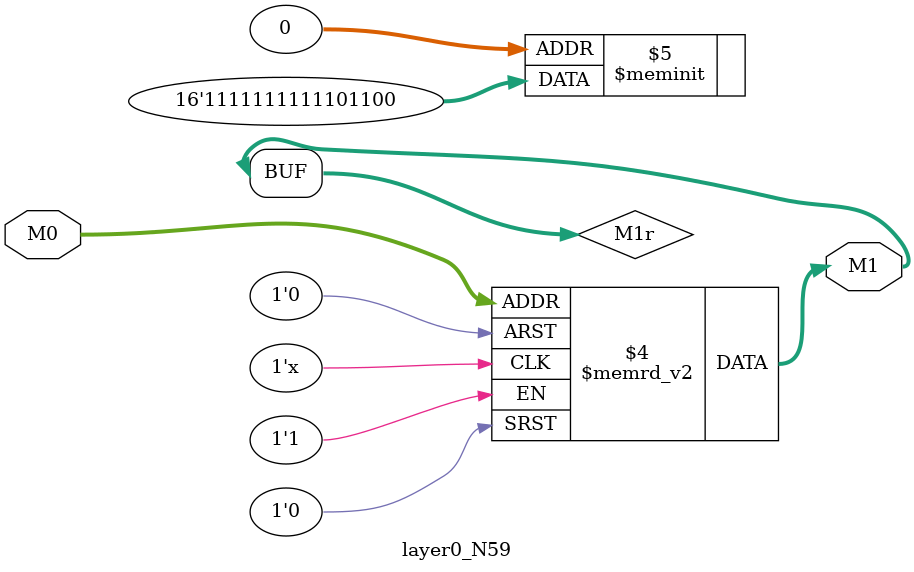
<source format=v>
module layer0_N59 ( input [2:0] M0, output [1:0] M1 );

	(*rom_style = "distributed" *) reg [1:0] M1r;
	assign M1 = M1r;
	always @ (M0) begin
		case (M0)
			3'b000: M1r = 2'b00;
			3'b100: M1r = 2'b11;
			3'b010: M1r = 2'b10;
			3'b110: M1r = 2'b11;
			3'b001: M1r = 2'b11;
			3'b101: M1r = 2'b11;
			3'b011: M1r = 2'b11;
			3'b111: M1r = 2'b11;

		endcase
	end
endmodule

</source>
